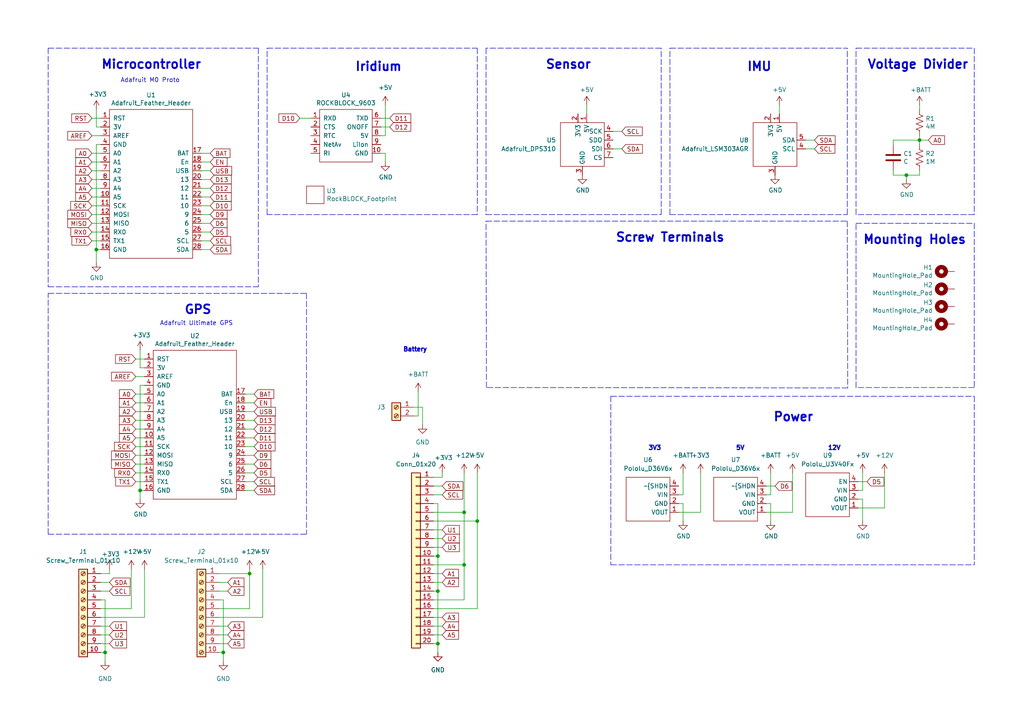
<source format=kicad_sch>
(kicad_sch (version 20211123) (generator eeschema)
  (paper "A4")
  (lib_symbols
    (symbol "Connector:Screw_Terminal_01x02" (pin_names (offset 1.016) hide)
      (property "Reference" "J" (at 0 2.54 0))
      (property "Value" "Screw_Terminal_01x02" (at 0 -5.08 0))
      (symbol "Screw_Terminal_01x02_1_1"
        (rectangle (start -1.27 1.27) (end 1.27 -3.81) (stroke (width 0.254)) (fill (type background)))
        (circle (center 0 -2.54) (radius 0.635) (stroke (width 0.1524)))
        (polyline (pts (xy -0.5334 -2.2098) (xy 0.3302 -3.048)) (stroke (width 0.1524)))
        (polyline (pts (xy -0.5334 0.3302) (xy 0.3302 -0.508)) (stroke (width 0.1524)))
        (polyline (pts (xy -0.3556 -2.032) (xy 0.508 -2.8702)) (stroke (width 0.1524)))
        (polyline (pts (xy -0.3556 0.508) (xy 0.508 -0.3302)) (stroke (width 0.1524)))
        (circle (center 0 0) (radius 0.635) (stroke (width 0.1524)))
        (pin passive line (at -5.08 0 0) (length 3.81) (name "Pin_1") (number "1"))
        (pin passive line (at -5.08 -2.54 0) (length 3.81) (name "Pin_2") (number "2"))
      )
    )
    (symbol "Connector:Screw_Terminal_01x10" (pin_names (offset 1.016) hide)
      (property "Reference" "J" (at 0 12.7 0))
      (property "Value" "Screw_Terminal_01x10" (at 0 -15.24 0))
      (symbol "Screw_Terminal_01x10_1_1"
        (rectangle (start -1.27 11.43) (end 1.27 -13.97) (stroke (width 0.254)) (fill (type background)))
        (circle (center 0 -12.7) (radius 0.635) (stroke (width 0.1524)))
        (circle (center 0 -10.16) (radius 0.635) (stroke (width 0.1524)))
        (circle (center 0 -7.62) (radius 0.635) (stroke (width 0.1524)))
        (circle (center 0 -5.08) (radius 0.635) (stroke (width 0.1524)))
        (circle (center 0 -2.54) (radius 0.635) (stroke (width 0.1524)))
        (polyline (pts (xy -0.5334 -12.3698) (xy 0.3302 -13.208)) (stroke (width 0.1524)))
        (polyline (pts (xy -0.5334 -9.8298) (xy 0.3302 -10.668)) (stroke (width 0.1524)))
        (polyline (pts (xy -0.5334 -7.2898) (xy 0.3302 -8.128)) (stroke (width 0.1524)))
        (polyline (pts (xy -0.5334 -4.7498) (xy 0.3302 -5.588)) (stroke (width 0.1524)))
        (polyline (pts (xy -0.5334 -2.2098) (xy 0.3302 -3.048)) (stroke (width 0.1524)))
        (polyline (pts (xy -0.5334 0.3302) (xy 0.3302 -0.508)) (stroke (width 0.1524)))
        (polyline (pts (xy -0.5334 2.8702) (xy 0.3302 2.032)) (stroke (width 0.1524)))
        (polyline (pts (xy -0.5334 5.4102) (xy 0.3302 4.572)) (stroke (width 0.1524)))
        (polyline (pts (xy -0.5334 7.9502) (xy 0.3302 7.112)) (stroke (width 0.1524)))
        (polyline (pts (xy -0.5334 10.4902) (xy 0.3302 9.652)) (stroke (width 0.1524)))
        (polyline (pts (xy -0.3556 -12.192) (xy 0.508 -13.0302)) (stroke (width 0.1524)))
        (polyline (pts (xy -0.3556 -9.652) (xy 0.508 -10.4902)) (stroke (width 0.1524)))
        (polyline (pts (xy -0.3556 -7.112) (xy 0.508 -7.9502)) (stroke (width 0.1524)))
        (polyline (pts (xy -0.3556 -4.572) (xy 0.508 -5.4102)) (stroke (width 0.1524)))
        (polyline (pts (xy -0.3556 -2.032) (xy 0.508 -2.8702)) (stroke (width 0.1524)))
        (polyline (pts (xy -0.3556 0.508) (xy 0.508 -0.3302)) (stroke (width 0.1524)))
        (polyline (pts (xy -0.3556 3.048) (xy 0.508 2.2098)) (stroke (width 0.1524)))
        (polyline (pts (xy -0.3556 5.588) (xy 0.508 4.7498)) (stroke (width 0.1524)))
        (polyline (pts (xy -0.3556 8.128) (xy 0.508 7.2898)) (stroke (width 0.1524)))
        (polyline (pts (xy -0.3556 10.668) (xy 0.508 9.8298)) (stroke (width 0.1524)))
        (circle (center 0 0) (radius 0.635) (stroke (width 0.1524)))
        (circle (center 0 2.54) (radius 0.635) (stroke (width 0.1524)))
        (circle (center 0 5.08) (radius 0.635) (stroke (width 0.1524)))
        (circle (center 0 7.62) (radius 0.635) (stroke (width 0.1524)))
        (circle (center 0 10.16) (radius 0.635) (stroke (width 0.1524)))
        (pin passive line (at -5.08 10.16 0) (length 3.81) (name "Pin_1") (number "1"))
        (pin passive line (at -5.08 -12.7 0) (length 3.81) (name "Pin_10") (number "10"))
        (pin passive line (at -5.08 7.62 0) (length 3.81) (name "Pin_2") (number "2"))
        (pin passive line (at -5.08 5.08 0) (length 3.81) (name "Pin_3") (number "3"))
        (pin passive line (at -5.08 2.54 0) (length 3.81) (name "Pin_4") (number "4"))
        (pin passive line (at -5.08 0 0) (length 3.81) (name "Pin_5") (number "5"))
        (pin passive line (at -5.08 -2.54 0) (length 3.81) (name "Pin_6") (number "6"))
        (pin passive line (at -5.08 -5.08 0) (length 3.81) (name "Pin_7") (number "7"))
        (pin passive line (at -5.08 -7.62 0) (length 3.81) (name "Pin_8") (number "8"))
        (pin passive line (at -5.08 -10.16 0) (length 3.81) (name "Pin_9") (number "9"))
      )
    )
    (symbol "Connector_Generic:Conn_01x20" (pin_names (offset 1.016) hide)
      (property "Reference" "J" (at 0 25.4 0))
      (property "Value" "Conn_01x20" (at 0 -27.94 0))
      (symbol "Conn_01x20_1_1"
        (rectangle (start -1.27 -25.273) (end 0 -25.527) (stroke (width 0.1524)))
        (rectangle (start -1.27 -22.733) (end 0 -22.987) (stroke (width 0.1524)))
        (rectangle (start -1.27 -20.193) (end 0 -20.447) (stroke (width 0.1524)))
        (rectangle (start -1.27 -17.653) (end 0 -17.907) (stroke (width 0.1524)))
        (rectangle (start -1.27 -15.113) (end 0 -15.367) (stroke (width 0.1524)))
        (rectangle (start -1.27 -12.573) (end 0 -12.827) (stroke (width 0.1524)))
        (rectangle (start -1.27 -10.033) (end 0 -10.287) (stroke (width 0.1524)))
        (rectangle (start -1.27 -7.493) (end 0 -7.747) (stroke (width 0.1524)))
        (rectangle (start -1.27 -4.953) (end 0 -5.207) (stroke (width 0.1524)))
        (rectangle (start -1.27 -2.413) (end 0 -2.667) (stroke (width 0.1524)))
        (rectangle (start -1.27 0.127) (end 0 -0.127) (stroke (width 0.1524)))
        (rectangle (start -1.27 2.667) (end 0 2.413) (stroke (width 0.1524)))
        (rectangle (start -1.27 5.207) (end 0 4.953) (stroke (width 0.1524)))
        (rectangle (start -1.27 7.747) (end 0 7.493) (stroke (width 0.1524)))
        (rectangle (start -1.27 10.287) (end 0 10.033) (stroke (width 0.1524)))
        (rectangle (start -1.27 12.827) (end 0 12.573) (stroke (width 0.1524)))
        (rectangle (start -1.27 15.367) (end 0 15.113) (stroke (width 0.1524)))
        (rectangle (start -1.27 17.907) (end 0 17.653) (stroke (width 0.1524)))
        (rectangle (start -1.27 20.447) (end 0 20.193) (stroke (width 0.1524)))
        (rectangle (start -1.27 22.987) (end 0 22.733) (stroke (width 0.1524)))
        (rectangle (start -1.27 24.13) (end 1.27 -26.67) (stroke (width 0.254)) (fill (type background)))
        (pin passive line (at -5.08 22.86 0) (length 3.81) (name "Pin_1") (number "1"))
        (pin passive line (at -5.08 0 0) (length 3.81) (name "Pin_10") (number "10"))
        (pin passive line (at -5.08 -2.54 0) (length 3.81) (name "Pin_11") (number "11"))
        (pin passive line (at -5.08 -5.08 0) (length 3.81) (name "Pin_12") (number "12"))
        (pin passive line (at -5.08 -7.62 0) (length 3.81) (name "Pin_13") (number "13"))
        (pin passive line (at -5.08 -10.16 0) (length 3.81) (name "Pin_14") (number "14"))
        (pin passive line (at -5.08 -12.7 0) (length 3.81) (name "Pin_15") (number "15"))
        (pin passive line (at -5.08 -15.24 0) (length 3.81) (name "Pin_16") (number "16"))
        (pin passive line (at -5.08 -17.78 0) (length 3.81) (name "Pin_17") (number "17"))
        (pin passive line (at -5.08 -20.32 0) (length 3.81) (name "Pin_18") (number "18"))
        (pin passive line (at -5.08 -22.86 0) (length 3.81) (name "Pin_19") (number "19"))
        (pin passive line (at -5.08 20.32 0) (length 3.81) (name "Pin_2") (number "2"))
        (pin passive line (at -5.08 -25.4 0) (length 3.81) (name "Pin_20") (number "20"))
        (pin passive line (at -5.08 17.78 0) (length 3.81) (name "Pin_3") (number "3"))
        (pin passive line (at -5.08 15.24 0) (length 3.81) (name "Pin_4") (number "4"))
        (pin passive line (at -5.08 12.7 0) (length 3.81) (name "Pin_5") (number "5"))
        (pin passive line (at -5.08 10.16 0) (length 3.81) (name "Pin_6") (number "6"))
        (pin passive line (at -5.08 7.62 0) (length 3.81) (name "Pin_7") (number "7"))
        (pin passive line (at -5.08 5.08 0) (length 3.81) (name "Pin_8") (number "8"))
        (pin passive line (at -5.08 2.54 0) (length 3.81) (name "Pin_9") (number "9"))
      )
    )
    (symbol "Cryologger:Adafruit_DPS310"
      (property "Reference" "U" (at 0 8.89 0))
      (property "Value" "Adafruit_DPS310" (at 0 -7.62 0))
      (symbol "Adafruit_DPS310_0_1"
        (rectangle (start -6.35 6.35) (end 6.35 -6.35) (stroke (width 0.1524)))
      )
      (symbol "Adafruit_DPS310_1_1"
        (pin power_in line (at 1.27 8.89 270) (length 2.54) (name "5V") (number "1"))
        (pin power_in line (at -1.27 8.89 270) (length 2.54) (name "3V3") (number "2"))
        (pin power_in line (at 0 -8.89 90) (length 2.54) (name "GND") (number "3"))
        (pin input line (at 8.89 3.81 180) (length 2.54) (name "SCK") (number "4"))
        (pin input line (at 8.89 1.27 180) (length 2.54) (name "SDO") (number "5"))
        (pin input line (at 8.89 -1.27 180) (length 2.54) (name "SDI") (number "6"))
        (pin input line (at 8.89 -3.81 180) (length 2.54) (name "CS") (number "7"))
      )
    )
    (symbol "Cryologger:Adafruit_Feather_Header" (pin_names (offset 1.016))
      (property "Reference" "U" (at 0 25.4 0))
      (property "Value" "Cryologger_Adafruit_Feather_Header" (at 0 -21.59 0))
      (symbol "Adafruit_Feather_Header_0_1"
        (rectangle (start -11.43 -19.05) (end 12.7 24.13))
      )
      (symbol "Adafruit_Feather_Header_1_1"
        (pin input line (at -13.97 21.59 0) (length 2.54) (name "RST") (number "1"))
        (pin input line (at -13.97 -1.27 0) (length 2.54) (name "A5") (number "10"))
        (pin input line (at -13.97 -3.81 0) (length 2.54) (name "SCK") (number "11"))
        (pin input line (at -13.97 -6.35 0) (length 2.54) (name "MOSI") (number "12"))
        (pin input line (at -13.97 -8.89 0) (length 2.54) (name "MISO") (number "13"))
        (pin input line (at -13.97 -11.43 0) (length 2.54) (name "RX0") (number "14"))
        (pin input line (at -13.97 -13.97 0) (length 2.54) (name "TX1") (number "15"))
        (pin input line (at -13.97 -16.51 0) (length 2.54) (name "GND") (number "16"))
        (pin input line (at 15.24 11.43 180) (length 2.54) (name "BAT") (number "17"))
        (pin input line (at 15.24 8.89 180) (length 2.54) (name "En") (number "18"))
        (pin input line (at 15.24 6.35 180) (length 2.54) (name "USB") (number "19"))
        (pin input line (at -13.97 19.05 0) (length 2.54) (name "3V") (number "2"))
        (pin input line (at 15.24 3.81 180) (length 2.54) (name "13") (number "20"))
        (pin input line (at 15.24 1.27 180) (length 2.54) (name "12") (number "21"))
        (pin input line (at 15.24 -1.27 180) (length 2.54) (name "11") (number "22"))
        (pin input line (at 15.24 -3.81 180) (length 2.54) (name "10") (number "23"))
        (pin input line (at 15.24 -6.35 180) (length 2.54) (name "9") (number "24"))
        (pin input line (at 15.24 -8.89 180) (length 2.54) (name "6") (number "25"))
        (pin input line (at 15.24 -11.43 180) (length 2.54) (name "5") (number "26"))
        (pin input line (at 15.24 -13.97 180) (length 2.54) (name "SCL") (number "27"))
        (pin input line (at 15.24 -16.51 180) (length 2.54) (name "SDA") (number "28"))
        (pin input line (at -13.97 16.51 0) (length 2.54) (name "AREF") (number "3"))
        (pin input line (at -13.97 13.97 0) (length 2.54) (name "GND") (number "4"))
        (pin input line (at -13.97 11.43 0) (length 2.54) (name "A0") (number "5"))
        (pin input line (at -13.97 8.89 0) (length 2.54) (name "A1") (number "6"))
        (pin input line (at -13.97 6.35 0) (length 2.54) (name "A2") (number "7"))
        (pin input line (at -13.97 3.81 0) (length 2.54) (name "A3") (number "8"))
        (pin input line (at -13.97 1.27 0) (length 2.54) (name "A4") (number "9"))
      )
    )
    (symbol "Cryologger:Adafruit_LSM303AGR"
      (property "Reference" "U" (at 0 7.62 0))
      (property "Value" "Adafruit_LSM303AGR" (at 0 -10.16 0))
      (symbol "Adafruit_LSM303AGR_0_1"
        (rectangle (start -6.35 6.35) (end 6.35 -6.35) (stroke (width 0.1524)))
      )
      (symbol "Adafruit_LSM303AGR_1_1"
        (pin power_in line (at 1.27 8.89 270) (length 2.54) (name "5V") (number "1"))
        (pin power_in line (at -1.27 8.89 270) (length 2.54) (name "3V3") (number "2"))
        (pin power_in line (at 0 -8.89 90) (length 2.54) (name "GND") (number "3"))
        (pin input line (at 8.89 -1.27 180) (length 2.54) (name "SCL") (number "4"))
        (pin input line (at 8.89 1.27 180) (length 2.54) (name "SDA") (number "5"))
      )
    )
    (symbol "Cryologger:Pololu_D36V6x"
      (property "Reference" "U" (at 0 7.62 0))
      (property "Value" "Pololu_D36V6x" (at 0 -7.62 0))
      (symbol "Pololu_D36V6x_0_1"
        (rectangle (start -6.35 6.35) (end 6.35 -6.35) (stroke (width 0.1524)))
      )
      (symbol "Pololu_D36V6x_1_1"
        (pin power_out line (at 8.89 -3.81 180) (length 2.54) (name "VOUT") (number "1"))
        (pin power_in line (at 8.89 -1.27 180) (length 2.54) (name "GND") (number "2"))
        (pin power_in line (at 8.89 1.27 180) (length 2.54) (name "VIN") (number "3"))
        (pin power_in line (at 8.89 3.81 180) (length 2.54) (name "~{SHDN") (number "4"))
      )
    )
    (symbol "Cryologger:Pololu_U3V40Fx"
      (property "Reference" "U" (at 0 7.62 0))
      (property "Value" "Pololu_U3V40Fx" (at 0 -7.62 0))
      (symbol "Pololu_U3V40Fx_0_1"
        (rectangle (start -6.35 6.35) (end 6.35 -6.35) (stroke (width 0.1524)))
      )
      (symbol "Pololu_U3V40Fx_1_1"
        (pin power_out line (at 8.89 -3.81 180) (length 2.54) (name "VOUT") (number "1"))
        (pin input line (at 8.89 -1.27 180) (length 2.54) (name "GND") (number "2"))
        (pin power_in line (at 8.89 1.27 180) (length 2.54) (name "VIN") (number "3"))
        (pin input line (at 8.89 3.81 180) (length 2.54) (name "EN") (number "4"))
      )
    )
    (symbol "Cryologger:ROCKBLOCK_9603" (pin_names (offset 1.016))
      (property "Reference" "U" (at 0 8.89 0))
      (property "Value" "Cryologger_ROCKBLOCK_9603" (at 0 -8.89 0))
      (symbol "ROCKBLOCK_9603_0_1"
        (rectangle (start -7.62 -7.62) (end 7.62 7.62))
      )
      (symbol "ROCKBLOCK_9603_1_1"
        (pin input line (at -10.16 5.08 0) (length 2.54) (name "RXD") (number "1"))
        (pin input line (at 10.16 -5.08 180) (length 2.54) (name "GND") (number "10"))
        (pin input line (at -10.16 2.54 0) (length 2.54) (name "CTS") (number "2"))
        (pin input line (at -10.16 0 0) (length 2.54) (name "RTC") (number "3"))
        (pin input line (at -10.16 -2.54 0) (length 2.54) (name "NetAv") (number "4"))
        (pin input line (at -10.16 -5.08 0) (length 2.54) (name "RI") (number "5"))
        (pin input line (at 10.16 5.08 180) (length 2.54) (name "TXD") (number "6"))
        (pin input line (at 10.16 2.54 180) (length 2.54) (name "ONOFF") (number "7"))
        (pin input line (at 10.16 0 180) (length 2.54) (name "5V") (number "8"))
        (pin input line (at 10.16 -2.54 180) (length 2.54) (name "LiIon") (number "9"))
      )
    )
    (symbol "Cryologger:RockBLOCK_Footprint" (pin_names (offset 1.016))
      (property "Reference" "U" (at 0 8.89 0))
      (property "Value" "Cryologger_RockBLOCK_Footprint" (at 0 -10.16 0))
      (symbol "RockBLOCK_Footprint_0_1"
        (rectangle (start -2.54 2.54) (end 2.54 -2.54))
      )
    )
    (symbol "Device:C" (pin_numbers hide) (pin_names (offset 0.254))
      (property "Reference" "C" (at 0.635 2.54 0))
      (property "Value" "C" (at 0.635 -2.54 0))
      (symbol "C_0_1"
        (polyline (pts (xy -2.032 -0.762) (xy 2.032 -0.762)) (stroke (width 0.508)))
        (polyline (pts (xy -2.032 0.762) (xy 2.032 0.762)) (stroke (width 0.508)))
      )
      (symbol "C_1_1"
        (pin passive line (at 0 3.81 270) (length 2.794) (name "~") (number "1"))
        (pin passive line (at 0 -3.81 90) (length 2.794) (name "~") (number "2"))
      )
    )
    (symbol "Device:R_US" (pin_numbers hide) (pin_names (offset 0))
      (property "Reference" "R" (at 2.54 0 90))
      (property "Value" "R_US" (at -2.54 0 90))
      (symbol "R_US_0_1"
        (polyline (pts (xy 0 -2.286) (xy 0 -2.54)))
        (polyline (pts (xy 0 2.286) (xy 0 2.54)))
        (polyline (pts (xy 0 -0.762) (xy 1.016 -1.143) (xy 0 -1.524) (xy -1.016 -1.905) (xy 0 -2.286)))
        (polyline (pts (xy 0 0.762) (xy 1.016 0.381) (xy 0 0) (xy -1.016 -0.381) (xy 0 -0.762)))
        (polyline (pts (xy 0 2.286) (xy 1.016 1.905) (xy 0 1.524) (xy -1.016 1.143) (xy 0 0.762)))
      )
      (symbol "R_US_1_1"
        (pin passive line (at 0 3.81 270) (length 1.27) (name "~") (number "1"))
        (pin passive line (at 0 -3.81 90) (length 1.27) (name "~") (number "2"))
      )
    )
    (symbol "Mechanical:MountingHole_Pad" (pin_numbers hide) (pin_names (offset 1.016) hide)
      (property "Reference" "H" (at 0 6.35 0))
      (property "Value" "MountingHole_Pad" (at 0 4.445 0))
      (symbol "MountingHole_Pad_0_1"
        (circle (center 0 1.27) (radius 1.27) (stroke (width 1.27)))
      )
      (symbol "MountingHole_Pad_1_1"
        (pin input line (at 0 -2.54 90) (length 2.54) (name "1") (number "1"))
      )
    )
    (symbol "power:+12V" (power) (pin_names (offset 0))
      (property "Value" "+12V" (at 0 3.556 0))
      (symbol "+12V_0_1"
        (polyline (pts (xy -0.762 1.27) (xy 0 2.54)))
        (polyline (pts (xy 0 0) (xy 0 2.54)))
        (polyline (pts (xy 0 2.54) (xy 0.762 1.27)))
      )
      (symbol "+12V_1_1"
        (pin power_in line (at 0 0 90) (length 0) hide (name "+12V") (number "1"))
      )
    )
    (symbol "power:+3V3" (power) (pin_names (offset 0))
      (property "Value" "+3V3" (at 0 3.556 0))
      (symbol "+3V3_0_1"
        (polyline (pts (xy -0.762 1.27) (xy 0 2.54)))
        (polyline (pts (xy 0 0) (xy 0 2.54)))
        (polyline (pts (xy 0 2.54) (xy 0.762 1.27)))
      )
      (symbol "+3V3_1_1"
        (pin power_in line (at 0 0 90) (length 0) hide (name "+3V3") (number "1"))
      )
    )
    (symbol "power:+5V" (power) (pin_names (offset 0))
      (property "Value" "+5V" (at 0 3.556 0))
      (symbol "+5V_0_1"
        (polyline (pts (xy -0.762 1.27) (xy 0 2.54)))
        (polyline (pts (xy 0 0) (xy 0 2.54)))
        (polyline (pts (xy 0 2.54) (xy 0.762 1.27)))
      )
      (symbol "+5V_1_1"
        (pin power_in line (at 0 0 90) (length 0) hide (name "+5V") (number "1"))
      )
    )
    (symbol "power:+BATT" (power) (pin_names (offset 0))
      (property "Value" "+BATT" (at 0 3.556 0))
      (symbol "+BATT_0_1"
        (polyline (pts (xy -0.762 1.27) (xy 0 2.54)))
        (polyline (pts (xy 0 0) (xy 0 2.54)))
        (polyline (pts (xy 0 2.54) (xy 0.762 1.27)))
      )
      (symbol "+BATT_1_1"
        (pin power_in line (at 0 0 90) (length 0) hide (name "+BATT") (number "1"))
      )
    )
    (symbol "power:GND" (power) (pin_names (offset 0))
      (property "Value" "GND" (at 0 -3.81 0))
      (symbol "GND_0_1"
        (polyline (pts (xy 0 0) (xy 0 -1.27) (xy 1.27 -1.27) (xy 0 -2.54) (xy -1.27 -1.27) (xy 0 -1.27)))
      )
      (symbol "GND_1_1"
        (pin power_in line (at 0 0 270) (length 0) hide (name "GND") (number "1"))
      )
    )
  )
  (junction (at 127 171.45))
  (junction (at 64.77 189.23))
  (junction (at 266.7 40.64))
  (junction (at 134.62 163.83))
  (junction (at 127 186.69))
  (junction (at 72.39 166.37))
  (junction (at 134.62 148.59))
  (junction (at 138.43 151.13))
  (junction (at 30.48 189.23))
  (junction (at 40.64 142.24))
  (junction (at 127 161.29))
  (junction (at 27.94 72.39))
  (junction (at 262.89 50.8))
  (wire (pts (xy 27.94 41.91) (xy 27.94 72.39)))
  (wire (pts (xy 134.62 137.16) (xy 134.62 148.59)))
  (wire (pts (xy 134.62 163.83) (xy 134.62 173.99)))
  (wire (pts (xy 29.21 54.61) (xy 26.67 54.61)))
  (wire (pts (xy 60.96 72.39) (xy 58.42 72.39)))
  (wire (pts (xy 125.73 179.07) (xy 128.27 179.07)))
  (wire (pts (xy 198.12 146.05) (xy 198.12 151.13)))
  (wire (pts (xy 177.8 38.1) (xy 180.34 38.1)))
  (wire (pts (xy 38.1 165.1) (xy 38.1 176.53)))
  (polyline (pts (xy 191.77 13.97) (xy 140.97 13.97)))
  (wire (pts (xy 223.52 146.05) (xy 223.52 151.13)))
  (wire (pts (xy 90.17 34.29) (xy 86.995 34.29)))
  (wire (pts (xy 63.5 173.99) (xy 64.77 173.99)))
  (wire (pts (xy 41.91 127) (xy 39.37 127)))
  (wire (pts (xy 60.96 69.85) (xy 58.42 69.85)))
  (polyline (pts (xy 177.165 114.935) (xy 282.575 114.935)))
  (wire (pts (xy 73.66 142.24) (xy 71.12 142.24)))
  (wire (pts (xy 29.21 46.99) (xy 26.67 46.99)))
  (wire (pts (xy 266.7 49.53) (xy 266.7 50.8)))
  (wire (pts (xy 73.66 114.3) (xy 71.12 114.3)))
  (wire (pts (xy 73.66 129.54) (xy 71.12 129.54)))
  (wire (pts (xy 73.66 127) (xy 71.12 127)))
  (wire (pts (xy 111.76 44.45) (xy 111.76 46.99)))
  (wire (pts (xy 27.94 36.83) (xy 27.94 31.75)))
  (wire (pts (xy 60.96 67.31) (xy 58.42 67.31)))
  (polyline (pts (xy 245.745 62.23) (xy 245.745 13.97)))
  (wire (pts (xy 72.39 166.37) (xy 72.39 176.53)))
  (wire (pts (xy 233.68 40.64) (xy 236.22 40.64)))
  (wire (pts (xy 29.21 173.99) (xy 30.48 173.99)))
  (wire (pts (xy 73.66 137.16) (xy 71.12 137.16)))
  (wire (pts (xy 63.5 184.15) (xy 66.04 184.15)))
  (wire (pts (xy 203.2 148.59) (xy 203.2 137.16)))
  (wire (pts (xy 134.62 148.59) (xy 134.62 163.83)))
  (polyline (pts (xy 194.31 62.23) (xy 245.745 62.23)))
  (wire (pts (xy 29.21 181.61) (xy 31.75 181.61)))
  (wire (pts (xy 41.91 134.62) (xy 39.37 134.62)))
  (wire (pts (xy 63.5 168.91) (xy 66.04 168.91)))
  (polyline (pts (xy 282.575 64.77) (xy 282.575 112.395)))
  (polyline (pts (xy 194.31 62.23) (xy 194.31 13.97)))
  (polyline (pts (xy 138.43 62.23) (xy 77.47 62.23)))
  (wire (pts (xy 30.48 173.99) (xy 30.48 189.23)))
  (wire (pts (xy 29.21 52.07) (xy 26.67 52.07)))
  (wire (pts (xy 198.12 143.51) (xy 198.12 137.16)))
  (wire (pts (xy 41.91 132.08) (xy 39.37 132.08)))
  (wire (pts (xy 248.92 144.78) (xy 250.19 144.78)))
  (polyline (pts (xy 140.97 13.97) (xy 140.97 62.23)))
  (wire (pts (xy 27.94 36.83) (xy 29.21 36.83)))
  (wire (pts (xy 259.08 40.64) (xy 266.7 40.64)))
  (wire (pts (xy 29.21 62.23) (xy 26.67 62.23)))
  (wire (pts (xy 110.49 39.37) (xy 111.76 39.37)))
  (polyline (pts (xy 13.97 85.09) (xy 88.9 85.09)))
  (wire (pts (xy 63.5 186.69) (xy 66.04 186.69)))
  (wire (pts (xy 27.94 76.2) (xy 27.94 72.39)))
  (wire (pts (xy 64.77 189.23) (xy 64.77 191.77)))
  (wire (pts (xy 64.77 173.99) (xy 64.77 189.23)))
  (polyline (pts (xy 74.93 13.97) (xy 74.93 83.185)))
  (wire (pts (xy 138.43 151.13) (xy 138.43 176.53)))
  (wire (pts (xy 29.21 171.45) (xy 31.75 171.45)))
  (wire (pts (xy 222.25 146.05) (xy 223.52 146.05)))
  (polyline (pts (xy 13.97 83.185) (xy 74.93 83.185)))
  (wire (pts (xy 125.73 143.51) (xy 128.27 143.51)))
  (wire (pts (xy 76.2 165.1) (xy 76.2 179.07)))
  (wire (pts (xy 125.73 148.59) (xy 134.62 148.59)))
  (wire (pts (xy 222.25 140.97) (xy 224.79 140.97)))
  (polyline (pts (xy 191.77 62.23) (xy 191.77 13.97)))
  (wire (pts (xy 41.91 139.7) (xy 39.37 139.7)))
  (wire (pts (xy 73.66 121.92) (xy 71.12 121.92)))
  (wire (pts (xy 110.49 44.45) (xy 111.76 44.45)))
  (wire (pts (xy 29.21 59.69) (xy 26.67 59.69)))
  (wire (pts (xy 222.25 143.51) (xy 223.52 143.51)))
  (wire (pts (xy 39.37 124.46) (xy 41.91 124.46)))
  (wire (pts (xy 262.89 52.07) (xy 262.89 50.8)))
  (wire (pts (xy 40.64 106.68) (xy 41.91 106.68)))
  (wire (pts (xy 40.64 111.76) (xy 40.64 142.24)))
  (polyline (pts (xy 140.97 64.135) (xy 245.745 64.135)))
  (wire (pts (xy 250.19 142.24) (xy 250.19 137.16)))
  (wire (pts (xy 266.7 50.8) (xy 262.89 50.8)))
  (wire (pts (xy 60.96 62.23) (xy 58.42 62.23)))
  (wire (pts (xy 110.49 36.83) (xy 113.03 36.83)))
  (wire (pts (xy 60.96 46.99) (xy 58.42 46.99)))
  (wire (pts (xy 248.92 139.7) (xy 251.46 139.7)))
  (wire (pts (xy 125.73 184.15) (xy 128.27 184.15)))
  (wire (pts (xy 40.64 106.68) (xy 40.64 101.6)))
  (wire (pts (xy 26.67 34.29) (xy 29.21 34.29)))
  (polyline (pts (xy 282.575 112.395) (xy 248.285 112.395)))
  (wire (pts (xy 31.75 165.1) (xy 31.75 166.37)))
  (polyline (pts (xy 194.31 13.97) (xy 245.745 13.97)))
  (wire (pts (xy 29.21 184.15) (xy 31.75 184.15)))
  (wire (pts (xy 29.21 179.07) (xy 41.91 179.07)))
  (polyline (pts (xy 177.165 163.83) (xy 282.575 163.83)))
  (wire (pts (xy 259.08 50.8) (xy 259.08 49.53)))
  (wire (pts (xy 138.43 151.13) (xy 138.43 137.16)))
  (polyline (pts (xy 245.872 112.522) (xy 141.097 112.395)))
  (wire (pts (xy 177.8 43.18) (xy 180.34 43.18)))
  (wire (pts (xy 41.91 137.16) (xy 39.37 137.16)))
  (wire (pts (xy 41.91 142.24) (xy 40.64 142.24)))
  (wire (pts (xy 40.64 142.24) (xy 40.64 144.78)))
  (wire (pts (xy 127 171.45) (xy 127 186.69)))
  (wire (pts (xy 60.96 57.15) (xy 58.42 57.15)))
  (polyline (pts (xy 138.43 13.97) (xy 138.43 62.23)))
  (wire (pts (xy 39.37 121.92) (xy 41.91 121.92)))
  (wire (pts (xy 60.96 64.77) (xy 58.42 64.77)))
  (polyline (pts (xy 282.575 114.935) (xy 282.575 163.83)))
  (wire (pts (xy 29.21 39.37) (xy 26.67 39.37)))
  (wire (pts (xy 125.73 156.21) (xy 128.27 156.21)))
  (wire (pts (xy 125.73 158.75) (xy 128.27 158.75)))
  (wire (pts (xy 29.21 189.23) (xy 30.48 189.23)))
  (wire (pts (xy 60.96 49.53) (xy 58.42 49.53)))
  (polyline (pts (xy 77.47 13.97) (xy 138.43 13.97)))
  (wire (pts (xy 39.37 114.3) (xy 41.91 114.3)))
  (wire (pts (xy 266.7 40.64) (xy 269.24 40.64)))
  (wire (pts (xy 41.91 119.38) (xy 39.37 119.38)))
  (wire (pts (xy 60.96 54.61) (xy 58.42 54.61)))
  (polyline (pts (xy 77.47 62.23) (xy 77.47 13.97)))
  (wire (pts (xy 63.5 166.37) (xy 72.39 166.37)))
  (wire (pts (xy 125.73 173.99) (xy 134.62 173.99)))
  (wire (pts (xy 29.21 166.37) (xy 31.75 166.37)))
  (wire (pts (xy 73.66 116.84) (xy 71.12 116.84)))
  (wire (pts (xy 72.39 165.1) (xy 72.39 166.37)))
  (polyline (pts (xy 141.097 112.395) (xy 140.97 64.135)))
  (wire (pts (xy 125.73 166.37) (xy 128.27 166.37)))
  (polyline (pts (xy 282.575 62.23) (xy 248.285 62.23)))
  (wire (pts (xy 125.73 138.43) (xy 128.27 138.43)))
  (polyline (pts (xy 13.97 154.94) (xy 13.97 85.09)))
  (wire (pts (xy 30.48 189.23) (xy 30.48 191.77)))
  (wire (pts (xy 121.285 120.65) (xy 121.285 113.665)))
  (wire (pts (xy 266.7 41.91) (xy 266.7 40.64)))
  (wire (pts (xy 248.92 142.24) (xy 250.19 142.24)))
  (wire (pts (xy 29.21 57.15) (xy 26.67 57.15)))
  (wire (pts (xy 29.21 72.39) (xy 27.94 72.39)))
  (wire (pts (xy 60.96 44.45) (xy 58.42 44.45)))
  (wire (pts (xy 73.66 139.7) (xy 71.12 139.7)))
  (polyline (pts (xy 88.9 85.09) (xy 88.9 154.94)))
  (wire (pts (xy 29.21 67.31) (xy 26.67 67.31)))
  (wire (pts (xy 41.91 116.84) (xy 39.37 116.84)))
  (wire (pts (xy 125.73 161.29) (xy 127 161.29)))
  (wire (pts (xy 127 161.29) (xy 127 171.45)))
  (polyline (pts (xy 248.285 62.23) (xy 248.285 13.97)))
  (wire (pts (xy 63.5 189.23) (xy 64.77 189.23)))
  (wire (pts (xy 127 146.05) (xy 127 161.29)))
  (polyline (pts (xy 13.97 13.97) (xy 74.93 13.97)))
  (wire (pts (xy 39.37 129.54) (xy 41.91 129.54)))
  (wire (pts (xy 266.7 31.75) (xy 266.7 30.48)))
  (wire (pts (xy 29.21 49.53) (xy 26.67 49.53)))
  (wire (pts (xy 73.66 132.08) (xy 71.12 132.08)))
  (polyline (pts (xy 248.285 112.395) (xy 248.285 64.77)))
  (wire (pts (xy 226.06 30.48) (xy 226.06 33.02)))
  (wire (pts (xy 41.91 179.07) (xy 41.91 165.1)))
  (wire (pts (xy 259.08 41.91) (xy 259.08 40.64)))
  (polyline (pts (xy 248.285 13.97) (xy 282.575 13.97)))
  (polyline (pts (xy 248.285 64.77) (xy 282.575 64.77)))
  (wire (pts (xy 222.25 148.59) (xy 229.87 148.59)))
  (wire (pts (xy 73.66 134.62) (xy 71.12 134.62)))
  (wire (pts (xy 256.54 137.16) (xy 256.54 147.32)))
  (wire (pts (xy 122.555 118.11) (xy 122.555 123.19)))
  (wire (pts (xy 120.015 120.65) (xy 121.285 120.65)))
  (wire (pts (xy 127 186.69) (xy 127 189.23)))
  (wire (pts (xy 250.19 144.78) (xy 250.19 151.13)))
  (polyline (pts (xy 140.97 62.23) (xy 191.77 62.23)))
  (wire (pts (xy 125.73 181.61) (xy 128.27 181.61)))
  (polyline (pts (xy 13.97 154.94) (xy 88.9 154.94)))
  (wire (pts (xy 39.37 104.14) (xy 41.91 104.14)))
  (wire (pts (xy 125.73 171.45) (xy 127 171.45)))
  (polyline (pts (xy 245.745 64.135) (xy 245.872 112.522)))
  (wire (pts (xy 111.76 39.37) (xy 111.76 30.48)))
  (wire (pts (xy 196.85 148.59) (xy 203.2 148.59)))
  (wire (pts (xy 29.21 44.45) (xy 26.67 44.45)))
  (wire (pts (xy 125.73 140.97) (xy 128.27 140.97)))
  (wire (pts (xy 125.73 146.05) (xy 127 146.05)))
  (wire (pts (xy 41.91 109.22) (xy 39.37 109.22)))
  (wire (pts (xy 63.5 179.07) (xy 76.2 179.07)))
  (wire (pts (xy 63.5 176.53) (xy 72.39 176.53)))
  (wire (pts (xy 63.5 171.45) (xy 66.04 171.45)))
  (wire (pts (xy 229.87 137.16) (xy 229.87 148.59)))
  (wire (pts (xy 73.66 124.46) (xy 71.12 124.46)))
  (polyline (pts (xy 177.165 114.935) (xy 177.165 163.83)))
  (wire (pts (xy 262.89 50.8) (xy 259.08 50.8)))
  (polyline (pts (xy 13.97 13.97) (xy 13.97 83.185)))
  (wire (pts (xy 196.85 146.05) (xy 198.12 146.05)))
  (wire (pts (xy 110.49 34.29) (xy 113.03 34.29)))
  (wire (pts (xy 128.27 137.16) (xy 128.27 138.43)))
  (wire (pts (xy 29.21 69.85) (xy 26.67 69.85)))
  (wire (pts (xy 29.21 168.91) (xy 31.75 168.91)))
  (wire (pts (xy 223.52 137.16) (xy 223.52 143.51)))
  (wire (pts (xy 29.21 186.69) (xy 31.75 186.69)))
  (wire (pts (xy 125.73 153.67) (xy 128.27 153.67)))
  (wire (pts (xy 63.5 181.61) (xy 66.04 181.61)))
  (wire (pts (xy 29.21 176.53) (xy 38.1 176.53)))
  (polyline (pts (xy 282.575 13.97) (xy 282.575 62.23)))
  (wire (pts (xy 29.21 64.77) (xy 26.67 64.77)))
  (wire (pts (xy 125.73 151.13) (xy 138.43 151.13)))
  (wire (pts (xy 125.73 176.53) (xy 138.43 176.53)))
  (wire (pts (xy 29.21 41.91) (xy 27.94 41.91)))
  (wire (pts (xy 41.91 111.76) (xy 40.64 111.76)))
  (wire (pts (xy 125.73 163.83) (xy 134.62 163.83)))
  (wire (pts (xy 125.73 186.69) (xy 127 186.69)))
  (wire (pts (xy 233.68 43.18) (xy 236.22 43.18)))
  (wire (pts (xy 73.66 119.38) (xy 71.12 119.38)))
  (wire (pts (xy 60.96 59.69) (xy 58.42 59.69)))
  (wire (pts (xy 170.18 30.48) (xy 170.18 33.02)))
  (wire (pts (xy 266.7 40.64) (xy 266.7 39.37)))
  (wire (pts (xy 125.73 168.91) (xy 128.27 168.91)))
  (wire (pts (xy 196.85 143.51) (xy 198.12 143.51)))
  (wire (pts (xy 60.96 52.07) (xy 58.42 52.07)))
  (wire (pts (xy 120.015 118.11) (xy 122.555 118.11)))
  (wire (pts (xy 248.92 147.32) (xy 256.54 147.32)))
  (text "Screw Terminals" (at 178.435 70.485 0) (effects (font (size 2.54 2.54) (thickness 0.508) bold) (justify left bottom)))
  (text "Iridium" (at 102.87 20.955 0) (effects (font (size 2.54 2.54) (thickness 0.508) bold) (justify left bottom)))
  (text "Power" (at 224.155 122.555 0) (effects (font (size 2.54 2.54) (thickness 0.508) bold) (justify left bottom)))
  (text "Voltage Divider" (at 251.46 20.32 0) (effects (font (size 2.54 2.54) (thickness 0.508) bold) (justify left bottom)))
  (text "IMU" (at 216.535 20.955 0) (effects (font (size 2.54 2.54) (thickness 0.508) bold) (justify left bottom)))
  (text "Microcontroller" (at 29.21 20.32 0) (effects (font (size 2.54 2.54) (thickness 0.508) bold) (justify left bottom)))
  (text "Adafruit Ultimate GPS" (at 46.355 94.615 0) (effects (font (size 1.27 1.27)) (justify left bottom)))
  (text "3V3" (at 187.96 130.81 0) (effects (font (size 1.27 1.27) (thickness 0.508) bold) (justify left bottom)))
  (text "Adafruit M0 Proto\n" (at 34.925 24.13 0) (effects (font (size 1.27 1.27)) (justify left bottom)))
  (text "5V" (at 213.36 130.81 0) (effects (font (size 1.27 1.27) (thickness 0.508) bold) (justify left bottom)))
  (text "Battery" (at 116.84 102.235 0) (effects (font (size 1.27 1.27) (thickness 0.508) bold) (justify left bottom)))
  (text "Sensor" (at 158.115 20.32 0) (effects (font (size 2.54 2.54) (thickness 0.508) bold) (justify left bottom)))
  (text "GPS" (at 53.34 91.44 0) (effects (font (size 2.54 2.54) (thickness 0.508) bold) (justify left bottom)))
  (text "12V" (at 240.03 130.81 0) (effects (font (size 1.27 1.27) (thickness 0.508) bold) (justify left bottom)))
  (text "Mounting Holes" (at 250.19 71.12 0) (effects (font (size 2.54 2.54) (thickness 0.508) bold) (justify left bottom)))
  (global_label "MISO" (shape input) (at 39.37 134.62 180) (property "Intersheet References" "${INTERSHEET_REFS}" (effects hide)))
  (global_label "A1" (shape input) (at 26.67 46.99 180) (property "Intersheet References" "${INTERSHEET_REFS}" (effects hide)))
  (global_label "D10" (shape input) (at 73.66 129.54 0) (property "Intersheet References" "${INTERSHEET_REFS}" (effects hide)))
  (global_label "D9" (shape input) (at 60.96 62.23 0) (property "Intersheet References" "${INTERSHEET_REFS}" (effects hide)))
  (global_label "D12" (shape input) (at 73.66 124.46 0) (property "Intersheet References" "${INTERSHEET_REFS}" (effects hide)))
  (global_label "TX1" (shape input) (at 26.67 69.85 180) (property "Intersheet References" "${INTERSHEET_REFS}" (effects hide)))
  (global_label "D5" (shape input) (at 251.46 139.7 0) (property "Intersheet References" "${INTERSHEET_REFS}" (effects hide)))
  (global_label "RST" (shape input) (at 39.37 104.14 180) (property "Intersheet References" "${INTERSHEET_REFS}" (effects hide)))
  (global_label "MISO" (shape input) (at 26.67 64.77 180) (property "Intersheet References" "${INTERSHEET_REFS}" (effects hide)))
  (global_label "AREF" (shape input) (at 26.67 39.37 180) (property "Intersheet References" "${INTERSHEET_REFS}" (effects hide)))
  (global_label "A5" (shape input) (at 26.67 57.15 180) (property "Intersheet References" "${INTERSHEET_REFS}" (effects hide)))
  (global_label "A3" (shape input) (at 39.37 121.92 180) (property "Intersheet References" "${INTERSHEET_REFS}" (effects hide)))
  (global_label "D11" (shape input) (at 113.03 34.29 0) (property "Intersheet References" "${INTERSHEET_REFS}" (effects hide)))
  (global_label "EN" (shape input) (at 73.66 116.84 0) (property "Intersheet References" "${INTERSHEET_REFS}" (effects hide)))
  (global_label "D13" (shape input) (at 60.96 52.07 0) (property "Intersheet References" "${INTERSHEET_REFS}" (effects hide)))
  (global_label "D12" (shape input) (at 60.96 54.61 0) (property "Intersheet References" "${INTERSHEET_REFS}" (effects hide)))
  (global_label "A5" (shape input) (at 66.04 186.69 0) (property "Intersheet References" "${INTERSHEET_REFS}" (effects hide)))
  (global_label "D6" (shape input) (at 60.96 64.77 0) (property "Intersheet References" "${INTERSHEET_REFS}" (effects hide)))
  (global_label "SCK" (shape input) (at 26.67 59.69 180) (property "Intersheet References" "${INTERSHEET_REFS}" (effects hide)))
  (global_label "USB" (shape input) (at 60.96 49.53 0) (property "Intersheet References" "${INTERSHEET_REFS}" (effects hide)))
  (global_label "U3" (shape input) (at 128.27 158.75 0) (property "Intersheet References" "${INTERSHEET_REFS}" (effects hide)))
  (global_label "A0" (shape input) (at 269.24 40.64 0) (property "Intersheet References" "${INTERSHEET_REFS}" (effects hide)))
  (global_label "MOSI" (shape input) (at 26.67 62.23 180) (property "Intersheet References" "${INTERSHEET_REFS}" (effects hide)))
  (global_label "RX0" (shape input) (at 39.37 137.16 180) (property "Intersheet References" "${INTERSHEET_REFS}" (effects hide)))
  (global_label "SCL" (shape input) (at 31.75 171.45 0) (property "Intersheet References" "${INTERSHEET_REFS}" (effects hide)))
  (global_label "SCL" (shape input) (at 180.34 38.1 0) (property "Intersheet References" "${INTERSHEET_REFS}" (effects hide)))
  (global_label "SCK" (shape input) (at 39.37 129.54 180) (property "Intersheet References" "${INTERSHEET_REFS}" (effects hide)))
  (global_label "D5" (shape input) (at 73.66 137.16 0) (property "Intersheet References" "${INTERSHEET_REFS}" (effects hide)))
  (global_label "SCL" (shape input) (at 73.66 139.7 0) (property "Intersheet References" "${INTERSHEET_REFS}" (effects hide)))
  (global_label "BAT" (shape input) (at 73.66 114.3 0) (property "Intersheet References" "${INTERSHEET_REFS}" (effects hide)))
  (global_label "D6" (shape input) (at 224.79 140.97 0) (property "Intersheet References" "${INTERSHEET_REFS}" (effects hide)))
  (global_label "A4" (shape input) (at 39.37 124.46 180) (property "Intersheet References" "${INTERSHEET_REFS}" (effects hide)))
  (global_label "U2" (shape input) (at 31.75 184.15 0) (property "Intersheet References" "${INTERSHEET_REFS}" (effects hide)))
  (global_label "MOSI" (shape input) (at 39.37 132.08 180) (property "Intersheet References" "${INTERSHEET_REFS}" (effects hide)))
  (global_label "A3" (shape input) (at 66.04 181.61 0) (property "Intersheet References" "${INTERSHEET_REFS}" (effects hide)))
  (global_label "D6" (shape input) (at 73.66 134.62 0) (property "Intersheet References" "${INTERSHEET_REFS}" (effects hide)))
  (global_label "A2" (shape input) (at 39.37 119.38 180) (property "Intersheet References" "${INTERSHEET_REFS}" (effects hide)))
  (global_label "SCL" (shape input) (at 128.27 143.51 0) (property "Intersheet References" "${INTERSHEET_REFS}" (effects hide)))
  (global_label "D11" (shape input) (at 73.66 127 0) (property "Intersheet References" "${INTERSHEET_REFS}" (effects hide)))
  (global_label "A4" (shape input) (at 66.04 184.15 0) (property "Intersheet References" "${INTERSHEET_REFS}" (effects hide)))
  (global_label "SDA" (shape input) (at 31.75 168.91 0) (property "Intersheet References" "${INTERSHEET_REFS}" (effects hide)))
  (global_label "TX1" (shape input) (at 39.37 139.7 180) (property "Intersheet References" "${INTERSHEET_REFS}" (effects hide)))
  (global_label "A1" (shape input) (at 39.37 116.84 180) (property "Intersheet References" "${INTERSHEET_REFS}" (effects hide)))
  (global_label "A3" (shape input) (at 26.67 52.07 180) (property "Intersheet References" "${INTERSHEET_REFS}" (effects hide)))
  (global_label "A2" (shape input) (at 66.04 171.45 0) (property "Intersheet References" "${INTERSHEET_REFS}" (effects hide)))
  (global_label "A4" (shape input) (at 128.27 181.61 0) (property "Intersheet References" "${INTERSHEET_REFS}" (effects hide)))
  (global_label "U2" (shape input) (at 128.27 156.21 0) (property "Intersheet References" "${INTERSHEET_REFS}" (effects hide)))
  (global_label "RST" (shape input) (at 26.67 34.29 180) (property "Intersheet References" "${INTERSHEET_REFS}" (effects hide)))
  (global_label "EN" (shape input) (at 60.96 46.99 0) (property "Intersheet References" "${INTERSHEET_REFS}" (effects hide)))
  (global_label "D5" (shape input) (at 60.96 67.31 0) (property "Intersheet References" "${INTERSHEET_REFS}" (effects hide)))
  (global_label "SCL" (shape input) (at 60.96 69.85 0) (property "Intersheet References" "${INTERSHEET_REFS}" (effects hide)))
  (global_label "U1" (shape input) (at 128.27 153.67 0) (property "Intersheet References" "${INTERSHEET_REFS}" (effects hide)))
  (global_label "U3" (shape input) (at 31.75 186.69 0) (property "Intersheet References" "${INTERSHEET_REFS}" (effects hide)))
  (global_label "D11" (shape input) (at 60.96 57.15 0) (property "Intersheet References" "${INTERSHEET_REFS}" (effects hide)))
  (global_label "A5" (shape input) (at 39.37 127 180) (property "Intersheet References" "${INTERSHEET_REFS}" (effects hide)))
  (global_label "AREF" (shape input) (at 39.37 109.22 180) (property "Intersheet References" "${INTERSHEET_REFS}" (effects hide)))
  (global_label "SDA" (shape input) (at 236.22 40.64 0) (property "Intersheet References" "${INTERSHEET_REFS}" (effects hide)))
  (global_label "D10" (shape input) (at 86.995 34.29 180) (property "Intersheet References" "${INTERSHEET_REFS}" (effects hide)))
  (global_label "D10" (shape input) (at 60.96 59.69 0) (property "Intersheet References" "${INTERSHEET_REFS}" (effects hide)))
  (global_label "A0" (shape input) (at 26.67 44.45 180) (property "Intersheet References" "${INTERSHEET_REFS}" (effects hide)))
  (global_label "A1" (shape input) (at 66.04 168.91 0) (property "Intersheet References" "${INTERSHEET_REFS}" (effects hide)))
  (global_label "A2" (shape input) (at 128.27 168.91 0) (property "Intersheet References" "${INTERSHEET_REFS}" (effects hide)))
  (global_label "D13" (shape input) (at 73.66 121.92 0) (property "Intersheet References" "${INTERSHEET_REFS}" (effects hide)))
  (global_label "USB" (shape input) (at 73.66 119.38 0) (property "Intersheet References" "${INTERSHEET_REFS}" (effects hide)))
  (global_label "A0" (shape input) (at 39.37 114.3 180) (property "Intersheet References" "${INTERSHEET_REFS}" (effects hide)))
  (global_label "RX0" (shape input) (at 26.67 67.31 180) (property "Intersheet References" "${INTERSHEET_REFS}" (effects hide)))
  (global_label "SDA" (shape input) (at 128.27 140.97 0) (property "Intersheet References" "${INTERSHEET_REFS}" (effects hide)))
  (global_label "D12" (shape input) (at 113.03 36.83 0) (property "Intersheet References" "${INTERSHEET_REFS}" (effects hide)))
  (global_label "A2" (shape input) (at 26.67 49.53 180) (property "Intersheet References" "${INTERSHEET_REFS}" (effects hide)))
  (global_label "SDA" (shape input) (at 60.96 72.39 0) (property "Intersheet References" "${INTERSHEET_REFS}" (effects hide)))
  (global_label "A4" (shape input) (at 26.67 54.61 180) (property "Intersheet References" "${INTERSHEET_REFS}" (effects hide)))
  (global_label "A1" (shape input) (at 128.27 166.37 0) (property "Intersheet References" "${INTERSHEET_REFS}" (effects hide)))
  (global_label "SDA" (shape input) (at 73.66 142.24 0) (property "Intersheet References" "${INTERSHEET_REFS}" (effects hide)))
  (global_label "D9" (shape input) (at 73.66 132.08 0) (property "Intersheet References" "${INTERSHEET_REFS}" (effects hide)))
  (global_label "U1" (shape input) (at 31.75 181.61 0) (property "Intersheet References" "${INTERSHEET_REFS}" (effects hide)))
  (global_label "A3" (shape input) (at 128.27 179.07 0) (property "Intersheet References" "${INTERSHEET_REFS}" (effects hide)))
  (global_label "SDA" (shape input) (at 180.34 43.18 0) (property "Intersheet References" "${INTERSHEET_REFS}" (effects hide)))
  (global_label "SCL" (shape input) (at 236.22 43.18 0) (property "Intersheet References" "${INTERSHEET_REFS}" (effects hide)))
  (global_label "BAT" (shape input) (at 60.96 44.45 0) (property "Intersheet References" "${INTERSHEET_REFS}" (effects hide)))
  (global_label "A5" (shape input) (at 128.27 184.15 0) (property "Intersheet References" "${INTERSHEET_REFS}" (effects hide)))
  (symbol (lib_id "Cryologger:Adafruit_Feather_Header") (at 43.18 55.88 0) (unit 1)
    (property "Reference" "U1" (at 43.815 27.559 0))
    (property "Value" "Adafruit_Feather_Header" (at 43.815 29.8704 0))
    (property "Footprint" "Cryologger:Adafruit_Feather_Header_Double" (effects hide))
  )
  (symbol (lib_id "Cryologger:Adafruit_Feather_Header") (at 55.88 125.73 0) (unit 1)
    (property "Reference" "U2" (at 56.515 97.409 0))
    (property "Value" "Adafruit_Feather_Header" (at 56.515 99.7204 0))
    (property "Footprint" "Cryologger:Adafruit_Feather_Header_Double" (effects hide))
  )
  (symbol (lib_id "Mechanical:MountingHole_Pad") (at 274.32 78.74 90) (unit 1)
    (property "Reference" "H1" (at 270.5354 77.5716 90) (effects (justify left)))
    (property "Value" "MountingHole_Pad" (at 270.5354 79.883 90) (effects (justify left)))
    (property "Footprint" "MountingHole:MountingHole_3mm_Pad" (effects hide))
  )
  (symbol (lib_id "Mechanical:MountingHole_Pad") (at 274.32 83.82 90) (unit 1)
    (property "Reference" "H2" (at 270.5354 82.6516 90) (effects (justify left)))
    (property "Value" "MountingHole_Pad" (at 270.5354 84.963 90) (effects (justify left)))
    (property "Footprint" "MountingHole:MountingHole_3mm_Pad" (effects hide))
  )
  (symbol (lib_id "Mechanical:MountingHole_Pad") (at 274.32 88.9 90) (unit 1)
    (property "Reference" "H3" (at 270.5354 87.7316 90) (effects (justify left)))
    (property "Value" "MountingHole_Pad" (at 270.5354 90.043 90) (effects (justify left)))
    (property "Footprint" "MountingHole:MountingHole_3mm_Pad" (effects hide))
  )
  (symbol (lib_id "Mechanical:MountingHole_Pad") (at 274.32 93.98 90) (unit 1)
    (property "Reference" "H4" (at 270.5354 92.8116 90) (effects (justify left)))
    (property "Value" "MountingHole_Pad" (at 270.5354 95.123 90) (effects (justify left)))
    (property "Footprint" "MountingHole:MountingHole_3mm_Pad" (effects hide))
  )
  (symbol (lib_id "power:GND") (at 111.76 46.99 0) (unit 1)
    (property "Reference" "#PWR013" (effects hide))
    (property "Value" "GND" (at 111.887 51.3842 0))
  )
  (symbol (lib_id "power:GND") (at 198.12 151.13 0) (unit 1)
    (property "Reference" "#PWR024" (effects hide))
    (property "Value" "GND" (at 198.247 155.5242 0))
  )
  (symbol (lib_id "power:GND") (at 223.52 151.13 0) (unit 1)
    (property "Reference" "#PWR027" (effects hide))
    (property "Value" "GND" (at 223.647 155.5242 0))
  )
  (symbol (lib_id "power:GND") (at 122.555 123.19 0) (unit 1)
    (property "Reference" "#PWR015" (effects hide))
    (property "Value" "GND" (at 122.555 128.27 0))
  )
  (symbol (lib_id "Connector:Screw_Terminal_01x02") (at 114.935 118.11 0) (mirror y) (unit 1)
    (property "Reference" "J3" (at 111.76 118.1099 0) (effects (justify left)))
    (property "Value" "Screw_Terminal_01x02" (effects hide))
    (property "Footprint" "Connector_Phoenix_MSTB:PhoenixContact_MSTBA_2,5_2-G-5,08_1x02_P5.08mm_Horizontal" (effects hide))
  )
  (symbol (lib_id "Cryologger:ROCKBLOCK_9603") (at 100.33 39.37 0) (unit 1)
    (property "Reference" "U4" (at 100.33 27.559 0))
    (property "Value" "ROCKBLOCK_9603" (at 100.33 29.8704 0))
    (property "Footprint" "Connector_Molex:Molex_PicoBlade_53047-1010_1x10_P1.25mm_Vertical" (effects hide))
  )
  (symbol (lib_id "power:GND") (at 224.79 50.8 0) (unit 1)
    (property "Reference" "#PWR028" (effects hide))
    (property "Value" "GND" (at 224.917 55.1942 0))
  )
  (symbol (lib_id "power:+3V3") (at 27.94 31.75 0) (unit 1)
    (property "Reference" "#PWR01" (effects hide))
    (property "Value" "+3V3" (at 28.321 27.3558 0))
  )
  (symbol (lib_id "Device:R_US") (at 266.7 35.56 0) (unit 1)
    (property "Reference" "R1" (at 268.4272 34.3916 0) (effects (justify left)))
    (property "Value" "4M" (at 268.4272 36.703 0) (effects (justify left)))
    (property "Footprint" "Resistor_THT:R_Axial_DIN0207_L6.3mm_D2.5mm_P10.16mm_Horizontal" (effects hide))
  )
  (symbol (lib_id "Device:R_US") (at 266.7 45.72 0) (unit 1)
    (property "Reference" "R2" (at 268.4272 44.5516 0) (effects (justify left)))
    (property "Value" "1M" (at 268.4272 46.863 0) (effects (justify left)))
    (property "Footprint" "Resistor_THT:R_Axial_DIN0207_L6.3mm_D2.5mm_P10.16mm_Horizontal" (effects hide))
  )
  (symbol (lib_id "power:+3V3") (at 40.64 101.6 0) (unit 1)
    (property "Reference" "#PWR06" (effects hide))
    (property "Value" "+3V3" (at 41.021 97.2058 0))
  )
  (symbol (lib_id "Device:C") (at 259.08 45.72 0) (unit 1)
    (property "Reference" "C1" (at 262.001 44.5516 0) (effects (justify left)))
    (property "Value" "C" (at 262.001 46.863 0) (effects (justify left)))
    (property "Footprint" "Capacitor_THT:C_Disc_D3.8mm_W2.6mm_P2.50mm" (effects hide))
  )
  (symbol (lib_id "power:+3V3") (at 203.2 137.16 0) (unit 1)
    (property "Reference" "#PWR025" (effects hide))
    (property "Value" "+3V3" (at 203.2 132.08 0))
  )
  (symbol (lib_id "power:GND") (at 262.89 52.07 0) (unit 1)
    (property "Reference" "#PWR034" (effects hide))
    (property "Value" "GND" (at 263.017 56.4642 0))
  )
  (symbol (lib_id "power:GND") (at 27.94 76.2 0) (unit 1)
    (property "Reference" "#PWR02" (effects hide))
    (property "Value" "GND" (at 28.067 80.5942 0))
  )
  (symbol (lib_id "power:GND") (at 40.64 144.78 0) (unit 1)
    (property "Reference" "#PWR07" (effects hide))
    (property "Value" "GND" (at 40.767 149.1742 0))
  )
  (symbol (lib_id "power:+BATT") (at 198.12 137.16 0) (unit 1)
    (property "Reference" "#PWR023" (effects hide))
    (property "Value" "+BATT" (at 198.12 132.08 0))
  )
  (symbol (lib_id "power:+BATT") (at 223.52 137.16 0) (unit 1)
    (property "Reference" "#PWR026" (effects hide))
    (property "Value" "+BATT" (at 223.52 132.08 0))
  )
  (symbol (lib_id "power:+BATT") (at 266.7 30.48 0) (unit 1)
    (property "Reference" "#PWR035" (effects hide))
    (property "Value" "+BATT" (at 267.081 26.0858 0))
  )
  (symbol (lib_id "power:+BATT") (at 121.285 113.665 0) (unit 1)
    (property "Reference" "#PWR014" (effects hide))
    (property "Value" "+BATT" (at 121.285 108.585 0))
  )
  (symbol (lib_id "power:GND") (at 168.91 50.8 0) (unit 1)
    (property "Reference" "#PWR021" (effects hide))
    (property "Value" "GND" (at 169.037 55.1942 0))
  )
  (symbol (lib_id "Cryologger:RockBLOCK_Footprint") (at 91.44 56.515 0) (unit 1)
    (property "Reference" "U3" (at 94.6912 55.3466 0) (effects (justify left)))
    (property "Value" "RockBLOCK_Footprint" (at 94.6912 57.658 0) (effects (justify left)))
    (property "Footprint" "Cryologger:RockBLOCK_9603" (effects hide))
  )
  (symbol (lib_id "Cryologger:Adafruit_DPS310") (at 168.91 41.91 0) (unit 1)
    (property "Reference" "U5" (at 161.29 40.6399 0) (effects (justify right)))
    (property "Value" "Adafruit_DPS310" (at 161.29 43.1799 0) (effects (justify right)))
    (property "Footprint" "Cryologger:Adafruit_DPS310" (effects hide))
  )
  (symbol (lib_id "power:+3V3") (at 128.27 137.16 0) (unit 1)
    (property "Reference" "#PWR018" (effects hide))
    (property "Value" "+3V3" (at 128.651 132.7658 0))
  )
  (symbol (lib_id "power:+5V") (at 170.18 30.48 0) (unit 1)
    (property "Reference" "#PWR022" (effects hide))
    (property "Value" "+5V" (at 170.18 26.035 0))
  )
  (symbol (lib_id "power:GND") (at 30.48 191.77 0) (unit 1)
    (property "Reference" "#PWR03" (effects hide))
    (property "Value" "GND" (at 30.48 196.85 0))
  )
  (symbol (lib_id "power:GND") (at 127 189.23 0) (unit 1)
    (property "Reference" "#PWR016" (effects hide))
    (property "Value" "GND" (at 127 194.31 0))
  )
  (symbol (lib_id "power:+5V") (at 250.19 137.16 0) (unit 1)
    (property "Reference" "#PWR031" (effects hide))
    (property "Value" "+5V" (at 250.19 132.08 0))
  )
  (symbol (lib_id "power:+5V") (at 229.87 137.16 0) (unit 1)
    (property "Reference" "#PWR030" (effects hide))
    (property "Value" "+5V" (at 229.87 132.08 0))
  )
  (symbol (lib_id "power:+12V") (at 72.39 165.1 0) (unit 1)
    (property "Reference" "#PWR011" (effects hide))
    (property "Value" "+12V" (at 69.85 160.02 0) (effects (justify left)))
  )
  (symbol (lib_id "Cryologger:Pololu_U3V40Fx") (at 240.03 143.51 0) (unit 1)
    (property "Reference" "U9" (at 240.03 132.08 0))
    (property "Value" "Pololu_U3V40Fx" (at 240.03 134.62 0))
    (property "Footprint" "Cryologger:Pololu_U3V40Fx" (effects hide))
  )
  (symbol (lib_id "power:+3V3") (at 31.75 165.1 0) (unit 1)
    (property "Reference" "#PWR04" (effects hide))
    (property "Value" "+3V3" (at 32.131 160.7058 0))
  )
  (symbol (lib_id "power:GND") (at 250.19 151.13 0) (unit 1)
    (property "Reference" "#PWR032" (effects hide))
    (property "Value" "GND" (at 250.317 155.5242 0))
  )
  (symbol (lib_id "Connector:Screw_Terminal_01x10") (at 24.13 176.53 0) (mirror y) (unit 1)
    (property "Reference" "J1" (at 24.13 160.02 0))
    (property "Value" "Screw_Terminal_01x10" (at 24.13 162.56 0))
    (property "Footprint" "TerminalBlock_Phoenix:TerminalBlock_Phoenix_MKDS-1,5-10-5.08_1x10_P5.08mm_Horizontal" (effects hide))
  )
  (symbol (lib_id "Connector:Screw_Terminal_01x10") (at 58.42 176.53 0) (mirror y) (unit 1)
    (property "Reference" "J2" (at 58.42 160.02 0))
    (property "Value" "Screw_Terminal_01x10" (at 58.42 162.56 0))
    (property "Footprint" "TerminalBlock_Phoenix:TerminalBlock_Phoenix_MKDS-1,5-10-5.08_1x10_P5.08mm_Horizontal" (effects hide))
  )
  (symbol (lib_id "power:+5V") (at 138.43 137.16 0) (unit 1)
    (property "Reference" "#PWR019" (effects hide))
    (property "Value" "+5V" (at 138.43 132.08 0))
  )
  (symbol (lib_id "Cryologger:Pololu_D36V6x") (at 187.96 144.78 0) (unit 1)
    (property "Reference" "U6" (at 187.96 133.35 0))
    (property "Value" "Pololu_D36V6x" (at 187.96 135.89 0))
    (property "Footprint" "Cryologger:Pololu_D36V6x" (effects hide))
  )
  (symbol (lib_id "power:+12V") (at 256.54 137.16 0) (unit 1)
    (property "Reference" "#PWR033" (effects hide))
    (property "Value" "+12V" (at 256.54 132.08 0))
  )
  (symbol (lib_id "Connector_Generic:Conn_01x20") (at 120.65 161.29 0) (mirror y) (unit 1)
    (property "Reference" "J4" (at 120.65 132.08 0))
    (property "Value" "Conn_01x20" (at 120.65 134.62 0))
    (property "Footprint" "Cryologger:Pin_1.0mm_10.0mm_1x20" (effects hide))
  )
  (symbol (lib_id "power:+5V") (at 76.2 165.1 0) (unit 1)
    (property "Reference" "#PWR010" (effects hide))
    (property "Value" "+5V" (at 76.2 160.02 0))
  )
  (symbol (lib_id "power:+5V") (at 111.76 30.48 0) (unit 1)
    (property "Reference" "#PWR012" (effects hide))
    (property "Value" "+5V" (at 111.76 25.4 0))
  )
  (symbol (lib_id "power:+12V") (at 134.62 137.16 0) (unit 1)
    (property "Reference" "#PWR020" (effects hide))
    (property "Value" "+12V" (at 132.08 132.08 0) (effects (justify left)))
  )
  (symbol (lib_id "power:+5V") (at 226.06 30.48 0) (unit 1)
    (property "Reference" "#PWR029" (effects hide))
    (property "Value" "+5V" (at 226.06 26.035 0))
  )
  (symbol (lib_id "Cryologger:Adafruit_LSM303AGR") (at 224.79 41.91 0) (unit 1)
    (property "Reference" "U8" (at 217.17 40.6399 0) (effects (justify right)))
    (property "Value" "Adafruit_LSM303AGR" (at 217.17 43.1799 0) (effects (justify right)))
    (property "Footprint" "Cryologger:Adafruit_LSM303AGR" (effects hide))
  )
  (symbol (lib_id "Cryologger:Pololu_D36V6x") (at 213.36 144.78 0) (unit 1)
    (property "Reference" "U7" (at 213.36 133.35 0))
    (property "Value" "Pololu_D36V6x" (at 213.36 135.89 0))
    (property "Footprint" "Cryologger:Pololu_D36V6x" (effects hide))
  )
  (symbol (lib_id "power:+5V") (at 41.91 165.1 0) (unit 1)
    (property "Reference" "#PWR05" (effects hide))
    (property "Value" "+5V" (at 41.91 160.02 0))
  )
  (symbol (lib_id "power:+12V") (at 38.1 165.1 0) (unit 1)
    (property "Reference" "#PWR08" (effects hide))
    (property "Value" "+12V" (at 35.56 160.02 0) (effects (justify left)))
  )
  (symbol (lib_id "power:GND") (at 127 189.23 0) (unit 1)
    (property "Reference" "#PWR017" (effects hide))
    (property "Value" "GND" (at 127 194.31 0))
  )
  (symbol (lib_id "power:GND") (at 64.77 191.77 0) (unit 1)
    (property "Reference" "#PWR09" (effects hide))
    (property "Value" "GND" (at 64.77 196.85 0))
  )
)
</source>
